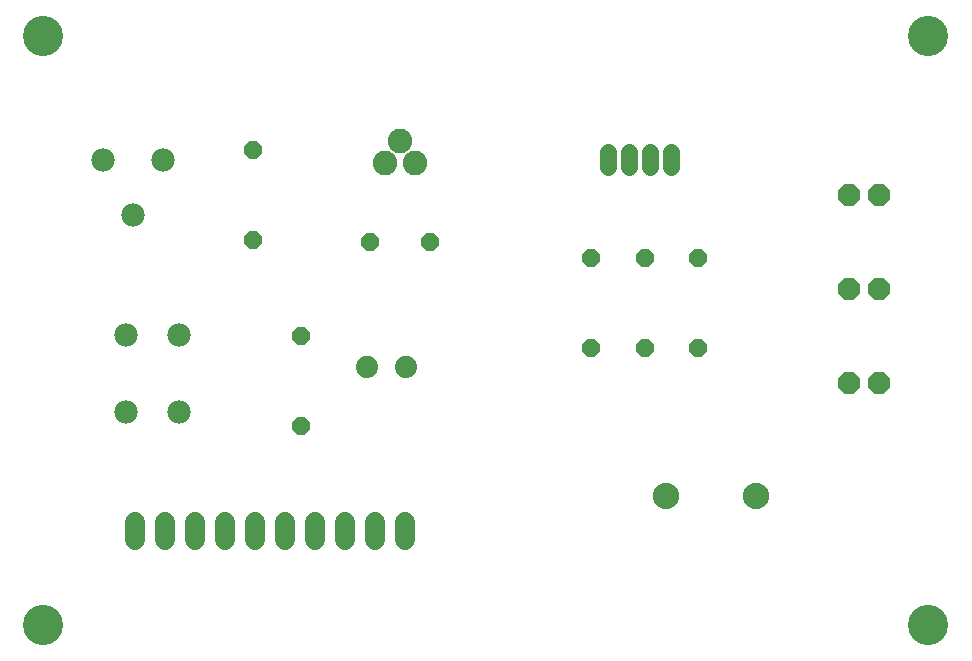
<source format=gts>
G75*
G70*
%OFA0B0*%
%FSLAX24Y24*%
%IPPOS*%
%LPD*%
%AMOC8*
5,1,8,0,0,1.08239X$1,22.5*
%
%ADD10C,0.1340*%
%ADD11C,0.0680*%
%ADD12OC8,0.0600*%
%ADD13C,0.0740*%
%ADD14C,0.0780*%
%ADD15C,0.0880*%
%ADD16C,0.0820*%
%ADD17OC8,0.0740*%
%ADD18C,0.0580*%
D10*
X001260Y001260D03*
X001260Y020914D03*
X030756Y020914D03*
X030768Y001260D03*
D11*
X013305Y004084D02*
X013305Y004684D01*
X012305Y004684D02*
X012305Y004084D01*
X011305Y004084D02*
X011305Y004684D01*
X010305Y004684D02*
X010305Y004084D01*
X009305Y004084D02*
X009305Y004684D01*
X008305Y004684D02*
X008305Y004084D01*
X007305Y004084D02*
X007305Y004684D01*
X006305Y004684D02*
X006305Y004084D01*
X005305Y004084D02*
X005305Y004684D01*
X004305Y004684D02*
X004305Y004084D01*
D12*
X009866Y007914D03*
X009866Y010914D03*
X008262Y014109D03*
X012154Y014016D03*
X014154Y014016D03*
X019524Y013488D03*
X021311Y013488D03*
X023099Y013488D03*
X023099Y010488D03*
X021311Y010488D03*
X019524Y010488D03*
X008262Y017109D03*
D13*
X012051Y009870D03*
X013351Y009870D03*
D14*
X005796Y010932D03*
X004024Y010932D03*
X004024Y008373D03*
X005796Y008373D03*
X004260Y014940D03*
X003260Y016760D03*
X005260Y016760D03*
D15*
X022016Y005579D03*
X025016Y005579D03*
D16*
X013654Y016654D03*
X013154Y017404D03*
X012654Y016654D03*
D17*
X028106Y015614D03*
X029106Y015614D03*
X029106Y012465D03*
X028106Y012465D03*
X028106Y009315D03*
X029106Y009315D03*
D18*
X022176Y016545D02*
X022176Y017045D01*
X021476Y017045D02*
X021476Y016545D01*
X020776Y016545D02*
X020776Y017045D01*
X020076Y017045D02*
X020076Y016545D01*
M02*

</source>
